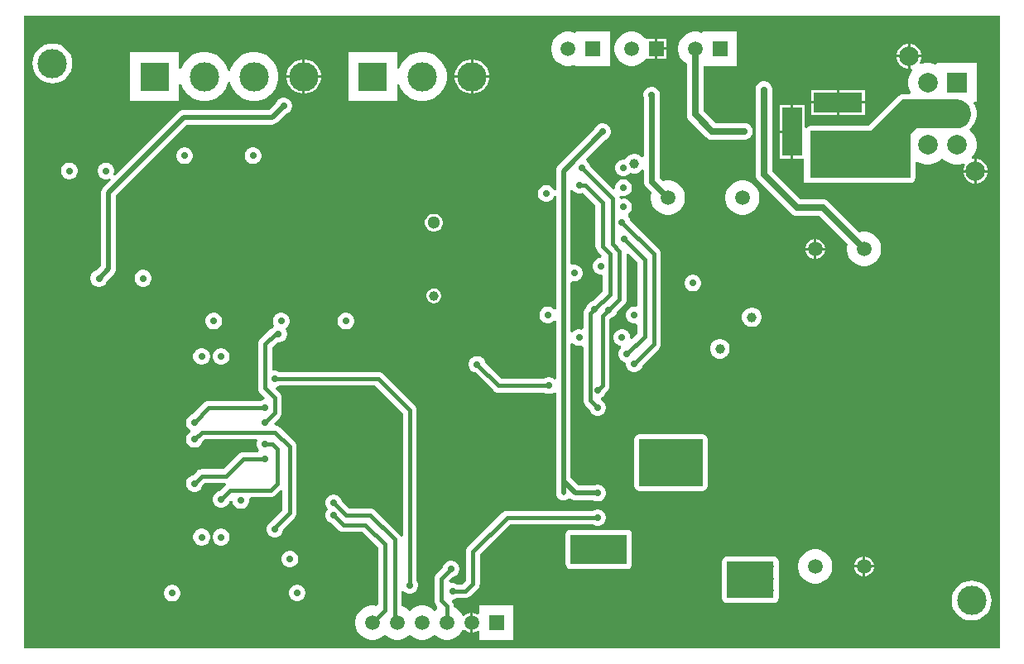
<source format=gbl>
G04*
G04 #@! TF.GenerationSoftware,Altium Limited,Altium Designer,24.5.2 (23)*
G04*
G04 Layer_Physical_Order=4*
G04 Layer_Color=16711680*
%FSLAX25Y25*%
%MOIN*%
G70*
G04*
G04 #@! TF.SameCoordinates,69DD5750-F066-4D08-A96F-D9ADA75AFFB9*
G04*
G04*
G04 #@! TF.FilePolarity,Positive*
G04*
G01*
G75*
%ADD88C,0.01575*%
%ADD89C,0.01968*%
%ADD92C,0.02362*%
%ADD94C,0.02756*%
%ADD97C,0.11811*%
%ADD98R,0.11811X0.11811*%
%ADD99C,0.05906*%
%ADD100C,0.05937*%
%ADD101R,0.05937X0.05937*%
%ADD102R,0.05906X0.05906*%
%ADD103R,0.07874X0.07874*%
%ADD104C,0.07874*%
%ADD105R,0.07874X0.19685*%
%ADD106R,0.19685X0.07874*%
%ADD107C,0.05118*%
%ADD108C,0.03937*%
%ADD109C,0.02756*%
%ADD110C,0.01968*%
G36*
X393209Y252461D02*
Y492D01*
X492D01*
Y1969D01*
Y255413D01*
X393209D01*
Y252461D01*
D02*
G37*
%LPC*%
G36*
X273685Y249031D02*
X273026Y248591D01*
X272605Y248766D01*
X271271Y249031D01*
X269910D01*
X268576Y248766D01*
X267320Y248246D01*
X266189Y247490D01*
X265227Y246528D01*
X264471Y245397D01*
X263950Y244140D01*
X263685Y242806D01*
Y241446D01*
X263950Y240112D01*
X264471Y238855D01*
X265227Y237724D01*
X266189Y236762D01*
X267215Y236076D01*
Y215630D01*
X267330Y214756D01*
X267667Y213942D01*
X268204Y213243D01*
X274958Y206489D01*
X274958Y206489D01*
X275657Y205952D01*
X276471Y205615D01*
X277345Y205500D01*
X290354Y205500D01*
X290574Y205529D01*
X290795D01*
X291009Y205586D01*
X291228Y205615D01*
X291432Y205700D01*
X291646Y205757D01*
X291838Y205868D01*
X292042Y205952D01*
X292217Y206087D01*
X292409Y206198D01*
X292565Y206354D01*
X292741Y206489D01*
X292876Y206664D01*
X293032Y206821D01*
X293143Y207012D01*
X293277Y207188D01*
X293362Y207392D01*
X293473Y207584D01*
X293530Y207798D01*
X293615Y208002D01*
X293643Y208221D01*
X293701Y208435D01*
Y208656D01*
X293730Y208875D01*
X293701Y209095D01*
Y209316D01*
X293643Y209530D01*
X293615Y209749D01*
X293530Y209953D01*
X293473Y210167D01*
X293362Y210359D01*
X293277Y210563D01*
X293143Y210739D01*
X293032Y210930D01*
X292876Y211087D01*
X292741Y211262D01*
X292565Y211397D01*
X292409Y211553D01*
X292217Y211664D01*
X292042Y211799D01*
X291838Y211883D01*
X291646Y211994D01*
X291432Y212051D01*
X291228Y212136D01*
X291009Y212165D01*
X290795Y212222D01*
X290574D01*
X290354Y212251D01*
X278743Y212251D01*
X273966Y217028D01*
Y235221D01*
X287496D01*
Y249031D01*
X273685D01*
Y249031D01*
D02*
G37*
G36*
X222583D02*
X221924Y248591D01*
X221502Y248766D01*
X220168Y249031D01*
X218808D01*
X217474Y248766D01*
X216217Y248246D01*
X215086Y247490D01*
X214124Y246528D01*
X213369Y245397D01*
X212848Y244140D01*
X212583Y242806D01*
Y241446D01*
X212848Y240112D01*
X213369Y238855D01*
X214124Y237724D01*
X215086Y236762D01*
X216217Y236006D01*
X217474Y235486D01*
X218808Y235221D01*
X220168D01*
X221502Y235486D01*
X221924Y235661D01*
X222583Y235221D01*
Y235221D01*
X236394D01*
Y249031D01*
X222583D01*
Y249031D01*
D02*
G37*
G36*
X258968Y246094D02*
X255500D01*
Y242626D01*
X258968D01*
Y246094D01*
D02*
G37*
G36*
X357343Y244110D02*
X357193D01*
Y239673D01*
X361630D01*
Y239823D01*
X361294Y241079D01*
X360644Y242205D01*
X359724Y243124D01*
X358598Y243774D01*
X357343Y244110D01*
D02*
G37*
G36*
X356193D02*
X356043D01*
X354787Y243774D01*
X353661Y243124D01*
X352742Y242205D01*
X352092Y241079D01*
X351756Y239823D01*
Y239673D01*
X356193D01*
Y244110D01*
D02*
G37*
G36*
X258968Y241626D02*
X255500D01*
Y238158D01*
X258968D01*
Y241626D01*
D02*
G37*
G36*
X245680Y249031D02*
X244320D01*
X242986Y248766D01*
X241729Y248246D01*
X240598Y247490D01*
X239636Y246528D01*
X238880Y245397D01*
X238360Y244140D01*
X238094Y242806D01*
Y241446D01*
X238360Y240112D01*
X238880Y238855D01*
X239636Y237724D01*
X240598Y236762D01*
X241729Y236006D01*
X242986Y235486D01*
X244320Y235221D01*
X245680D01*
X247014Y235486D01*
X248271Y236006D01*
X249402Y236762D01*
X250364Y237724D01*
X250398Y237775D01*
X251031Y238158D01*
Y238158D01*
X251031Y238158D01*
X254500D01*
Y242126D01*
X255000D01*
D01*
X254500D01*
Y246094D01*
X251031D01*
X251031Y246094D01*
Y246094D01*
X250398Y246476D01*
X250364Y246528D01*
X249402Y247490D01*
X248271Y248246D01*
X247014Y248766D01*
X245680Y249031D01*
D02*
G37*
G36*
X356193Y238673D02*
X351756D01*
Y238523D01*
X352092Y237268D01*
X352742Y236142D01*
X353661Y235223D01*
X354787Y234573D01*
X356043Y234236D01*
X356193D01*
Y238673D01*
D02*
G37*
G36*
X161704Y240781D02*
X159765D01*
X157863Y240403D01*
X156072Y239661D01*
X154460Y238584D01*
X153089Y237213D01*
X152012Y235601D01*
X151377Y234068D01*
X150577Y234227D01*
Y240781D01*
X130892D01*
Y221096D01*
X150577D01*
Y227651D01*
X151377Y227810D01*
X152012Y226277D01*
X153089Y224665D01*
X154460Y223294D01*
X156072Y222217D01*
X157863Y221475D01*
X159765Y221096D01*
X161704D01*
X163605Y221475D01*
X165396Y222217D01*
X167008Y223294D01*
X168379Y224665D01*
X169457Y226277D01*
X170199Y228068D01*
X170577Y229970D01*
Y231908D01*
X170199Y233810D01*
X169457Y235601D01*
X168379Y237213D01*
X167008Y238584D01*
X165396Y239661D01*
X163605Y240403D01*
X161704Y240781D01*
D02*
G37*
G36*
X93916D02*
X91978D01*
X90076Y240403D01*
X88285Y239661D01*
X86673Y238584D01*
X85302Y237213D01*
X84225Y235601D01*
X83483Y233810D01*
X83355Y233167D01*
X82539D01*
X82411Y233810D01*
X81669Y235601D01*
X80592Y237213D01*
X79221Y238584D01*
X77609Y239661D01*
X75818Y240403D01*
X73917Y240781D01*
X71978D01*
X70076Y240403D01*
X68285Y239661D01*
X66673Y238584D01*
X65302Y237213D01*
X64225Y235601D01*
X63590Y234068D01*
X62790Y234227D01*
Y240781D01*
X43105D01*
Y221096D01*
X62790D01*
Y227651D01*
X63590Y227810D01*
X64225Y226277D01*
X65302Y224665D01*
X66673Y223294D01*
X68285Y222217D01*
X70076Y221475D01*
X71978Y221096D01*
X73917D01*
X75818Y221475D01*
X77609Y222217D01*
X79221Y223294D01*
X80592Y224665D01*
X81669Y226277D01*
X82411Y228068D01*
X82539Y228711D01*
X83355D01*
X83483Y228068D01*
X84225Y226277D01*
X85302Y224665D01*
X86673Y223294D01*
X88285Y222217D01*
X90076Y221475D01*
X91978Y221096D01*
X93916D01*
X95818Y221475D01*
X97609Y222217D01*
X99221Y223294D01*
X100592Y224665D01*
X101670Y226277D01*
X102411Y228068D01*
X102790Y229970D01*
Y231908D01*
X102411Y233810D01*
X101670Y235601D01*
X100592Y237213D01*
X99221Y238584D01*
X97609Y239661D01*
X95818Y240403D01*
X93916Y240781D01*
D02*
G37*
G36*
X181414Y237844D02*
X181234D01*
Y231439D01*
X187640D01*
Y231619D01*
X187374Y232953D01*
X186854Y234210D01*
X186098Y235341D01*
X185136Y236303D01*
X184005Y237058D01*
X182748Y237579D01*
X181414Y237844D01*
D02*
G37*
G36*
X180234D02*
X180054D01*
X178720Y237579D01*
X177463Y237058D01*
X176332Y236303D01*
X175370Y235341D01*
X174615Y234210D01*
X174094Y232953D01*
X173829Y231619D01*
Y231439D01*
X180234D01*
Y237844D01*
D02*
G37*
G36*
X113627D02*
X113447D01*
Y231439D01*
X119853D01*
Y231619D01*
X119587Y232953D01*
X119067Y234210D01*
X118311Y235341D01*
X117349Y236303D01*
X116218Y237058D01*
X114961Y237579D01*
X113627Y237844D01*
D02*
G37*
G36*
X112447D02*
X112267D01*
X110933Y237579D01*
X109676Y237058D01*
X108545Y236303D01*
X107583Y235341D01*
X106828Y234210D01*
X106307Y232953D01*
X106042Y231619D01*
Y231439D01*
X112447D01*
Y237844D01*
D02*
G37*
G36*
X11811Y244239D02*
X10247Y244085D01*
X8742Y243629D01*
X7356Y242888D01*
X6141Y241891D01*
X5144Y240675D01*
X4403Y239289D01*
X3946Y237785D01*
X3792Y236221D01*
X3946Y234656D01*
X4403Y233152D01*
X5144Y231765D01*
X6141Y230550D01*
X7356Y229553D01*
X8742Y228812D01*
X10247Y228356D01*
X11811Y228202D01*
X13375Y228356D01*
X14880Y228812D01*
X16266Y229553D01*
X17481Y230550D01*
X18478Y231765D01*
X19219Y233152D01*
X19676Y234656D01*
X19830Y236221D01*
X19676Y237785D01*
X19219Y239289D01*
X18478Y240675D01*
X17481Y241891D01*
X16266Y242888D01*
X14880Y243629D01*
X13375Y244085D01*
X11811Y244239D01*
D02*
G37*
G36*
X187640Y230439D02*
X181234D01*
Y224033D01*
X181414D01*
X182748Y224299D01*
X184005Y224819D01*
X185136Y225575D01*
X186098Y226537D01*
X186854Y227668D01*
X187374Y228925D01*
X187640Y230259D01*
Y230439D01*
D02*
G37*
G36*
X180234D02*
X173829D01*
Y230259D01*
X174094Y228925D01*
X174615Y227668D01*
X175370Y226537D01*
X176332Y225575D01*
X177463Y224819D01*
X178720Y224299D01*
X180054Y224033D01*
X180234D01*
Y230439D01*
D02*
G37*
G36*
X119853D02*
X113447D01*
Y224033D01*
X113627D01*
X114961Y224299D01*
X116218Y224819D01*
X117349Y225575D01*
X118311Y226537D01*
X119067Y227668D01*
X119587Y228925D01*
X119853Y230259D01*
Y230439D01*
D02*
G37*
G36*
X112447D02*
X106042D01*
Y230259D01*
X106307Y228925D01*
X106828Y227668D01*
X107583Y226537D01*
X108545Y225575D01*
X109676Y224819D01*
X110933Y224299D01*
X112267Y224033D01*
X112447D01*
Y230439D01*
D02*
G37*
G36*
X361630Y238673D02*
X357193D01*
Y234236D01*
X357343D01*
X357693Y234330D01*
X358107Y233613D01*
X358057Y233563D01*
X357195Y232273D01*
X356602Y230840D01*
X356299Y229319D01*
Y227768D01*
X356602Y226247D01*
X357195Y224814D01*
X357418Y224480D01*
X357041Y223775D01*
X354057D01*
X353289Y223622D01*
X352638Y223187D01*
X340430Y210980D01*
X316929D01*
X316161Y210827D01*
X315510Y210392D01*
X315383Y210201D01*
X314583Y210444D01*
Y219504D01*
X310146D01*
Y208661D01*
Y197819D01*
X314370D01*
Y188189D01*
X316037D01*
X316161Y188106D01*
X316929Y187954D01*
X357283D01*
X358051Y188106D01*
X358703Y188541D01*
X359138Y189193D01*
X359291Y189961D01*
Y196290D01*
X359996Y196668D01*
X360443Y196369D01*
X361877Y195775D01*
X363398Y195472D01*
X364949D01*
X366470Y195775D01*
X367903Y196369D01*
X369193Y197230D01*
X370079Y198116D01*
X370965Y197230D01*
X372254Y196369D01*
X373688Y195775D01*
X375209Y195472D01*
X376760D01*
X378281Y195775D01*
X378708Y195952D01*
X379265Y195317D01*
X378864Y194622D01*
X378528Y193367D01*
Y193217D01*
X382965D01*
Y197653D01*
X382815D01*
X382465Y197560D01*
X382050Y198277D01*
X382100Y198327D01*
X382962Y199617D01*
X383556Y201050D01*
X383858Y202571D01*
Y204122D01*
X383556Y205643D01*
X382962Y207076D01*
X382100Y208366D01*
X381361Y209105D01*
X381094Y209646D01*
X381361Y210186D01*
X382100Y210926D01*
X382962Y212215D01*
X383556Y213648D01*
X383858Y215169D01*
Y216720D01*
X383556Y218242D01*
X382962Y219675D01*
X382769Y219964D01*
X383146Y220669D01*
X383858D01*
Y236417D01*
X368110D01*
Y236301D01*
X367310Y235767D01*
X366470Y236115D01*
X364949Y236417D01*
X363398D01*
X361877Y236115D01*
X361450Y235938D01*
X360893Y236573D01*
X361294Y237268D01*
X361630Y238523D01*
Y238673D01*
D02*
G37*
G36*
X338992Y225410D02*
X328650D01*
Y220972D01*
X338992D01*
Y225410D01*
D02*
G37*
G36*
X327650D02*
X317307D01*
Y220972D01*
X327650D01*
Y225410D01*
D02*
G37*
G36*
X105315Y222441D02*
X104434D01*
X103583Y222213D01*
X102820Y221772D01*
X102197Y221149D01*
X101756Y220386D01*
X101683Y220115D01*
X99113Y217545D01*
X64818D01*
X64818Y217545D01*
X64047Y217444D01*
X63329Y217146D01*
X62712Y216673D01*
X62712Y216673D01*
X36923Y190884D01*
X36283Y191375D01*
X36426Y191622D01*
X36654Y192473D01*
Y193354D01*
X36426Y194205D01*
X35985Y194968D01*
X35362Y195591D01*
X34599Y196032D01*
X33748Y196260D01*
X32866D01*
X32015Y196032D01*
X31252Y195591D01*
X30629Y194968D01*
X30189Y194205D01*
X29961Y193354D01*
Y192473D01*
X30189Y191622D01*
X30629Y190859D01*
X31252Y190236D01*
X32015Y189795D01*
X32866Y189567D01*
X33748D01*
X34599Y189795D01*
X34846Y189937D01*
X35337Y189297D01*
X32343Y186303D01*
X31870Y185687D01*
X31572Y184968D01*
X31471Y184197D01*
Y154777D01*
X29491Y152797D01*
X29220Y152725D01*
X28457Y152284D01*
X27834Y151661D01*
X27393Y150898D01*
X27165Y150047D01*
Y149166D01*
X27393Y148315D01*
X27834Y147552D01*
X28457Y146929D01*
X29220Y146488D01*
X30071Y146260D01*
X30952D01*
X31804Y146488D01*
X32567Y146929D01*
X33190Y147552D01*
X33630Y148315D01*
X33703Y148585D01*
X36555Y151437D01*
X36555Y151437D01*
X37028Y152054D01*
X37326Y152772D01*
X37427Y153543D01*
Y182964D01*
X66052Y211589D01*
X100347D01*
X101118Y211690D01*
X101836Y211988D01*
X102453Y212461D01*
X105895Y215903D01*
X106166Y215976D01*
X106929Y216417D01*
X107552Y217040D01*
X107993Y217803D01*
X108221Y218654D01*
Y219535D01*
X107993Y220386D01*
X107552Y221149D01*
X106929Y221772D01*
X106166Y222213D01*
X105315Y222441D01*
D02*
G37*
G36*
X338992Y219972D02*
X328650D01*
Y215535D01*
X338992D01*
Y219972D01*
D02*
G37*
G36*
X327650D02*
X317307D01*
Y215535D01*
X327650D01*
Y219972D01*
D02*
G37*
G36*
X309146Y219504D02*
X304709D01*
Y209161D01*
X309146D01*
Y219504D01*
D02*
G37*
G36*
X253551Y226772D02*
X252670D01*
X251819Y226544D01*
X251056Y226103D01*
X250432Y225480D01*
X249992Y224717D01*
X249764Y223866D01*
Y222985D01*
X249934Y222351D01*
Y198636D01*
X249475Y198412D01*
X249133Y198363D01*
X248480Y199016D01*
X247583Y199535D01*
X246581Y199803D01*
X245545D01*
X244543Y199535D01*
X243646Y199016D01*
X242913Y198284D01*
X242394Y197386D01*
X242393Y197382D01*
X242173Y197441D01*
X241292D01*
X240441Y197213D01*
X239678Y196772D01*
X239054Y196149D01*
X238614Y195386D01*
X238386Y194535D01*
Y193654D01*
X238614Y192803D01*
X239054Y192040D01*
X239678Y191417D01*
X240441Y190976D01*
X241292Y190748D01*
X242173D01*
X243024Y190976D01*
X243787Y191417D01*
X244410Y192040D01*
X244512Y192216D01*
X244543Y192197D01*
X245545Y191929D01*
X246581D01*
X247583Y192197D01*
X248480Y192716D01*
X249133Y193369D01*
X249475Y193321D01*
X249934Y193096D01*
Y188583D01*
X250042Y187760D01*
X250359Y186994D01*
X250864Y186336D01*
X253017Y184183D01*
X252981Y184096D01*
X252716Y182765D01*
Y181408D01*
X252981Y180077D01*
X253501Y178823D01*
X254255Y177695D01*
X255214Y176735D01*
X256343Y175981D01*
X257597Y175462D01*
X258928Y175197D01*
X260285D01*
X261616Y175462D01*
X262870Y175981D01*
X263998Y176735D01*
X264958Y177695D01*
X265712Y178823D01*
X266231Y180077D01*
X266496Y181408D01*
Y182765D01*
X266231Y184096D01*
X265712Y185350D01*
X264958Y186479D01*
X263998Y187438D01*
X262870Y188192D01*
X261616Y188712D01*
X260285Y188976D01*
X258928D01*
X257597Y188712D01*
X257510Y188676D01*
X256287Y189899D01*
Y222351D01*
X256457Y222985D01*
Y223866D01*
X256229Y224717D01*
X255788Y225480D01*
X255165Y226103D01*
X254402Y226544D01*
X253551Y226772D01*
D02*
G37*
G36*
X309146Y208161D02*
X304709D01*
Y197819D01*
X309146D01*
Y208161D01*
D02*
G37*
G36*
X92960Y202323D02*
X92079D01*
X91228Y202095D01*
X90465Y201654D01*
X89842Y201031D01*
X89401Y200268D01*
X89173Y199417D01*
Y198536D01*
X89401Y197685D01*
X89842Y196922D01*
X90465Y196299D01*
X91228Y195858D01*
X92079Y195630D01*
X92960D01*
X93811Y195858D01*
X94574Y196299D01*
X95197Y196922D01*
X95638Y197685D01*
X95866Y198536D01*
Y199417D01*
X95638Y200268D01*
X95197Y201031D01*
X94574Y201654D01*
X93811Y202095D01*
X92960Y202323D01*
D02*
G37*
G36*
X65401D02*
X64520D01*
X63669Y202095D01*
X62906Y201654D01*
X62283Y201031D01*
X61842Y200268D01*
X61614Y199417D01*
Y198536D01*
X61842Y197685D01*
X62283Y196922D01*
X62906Y196299D01*
X63669Y195858D01*
X64520Y195630D01*
X65401D01*
X66252Y195858D01*
X67015Y196299D01*
X67638Y196922D01*
X68079Y197685D01*
X68307Y198536D01*
Y199417D01*
X68079Y200268D01*
X67638Y201031D01*
X67015Y201654D01*
X66252Y202095D01*
X65401Y202323D01*
D02*
G37*
G36*
X384115Y197653D02*
X383965D01*
Y193217D01*
X388402D01*
Y193367D01*
X388065Y194622D01*
X387415Y195748D01*
X386496Y196667D01*
X385370Y197317D01*
X384115Y197653D01*
D02*
G37*
G36*
X18984Y196260D02*
X18103D01*
X17252Y196032D01*
X16488Y195591D01*
X15866Y194968D01*
X15425Y194205D01*
X15197Y193354D01*
Y192473D01*
X15425Y191622D01*
X15866Y190859D01*
X16488Y190236D01*
X17252Y189795D01*
X18103Y189567D01*
X18984D01*
X19835Y189795D01*
X20598Y190236D01*
X21221Y190859D01*
X21662Y191622D01*
X21890Y192473D01*
Y193354D01*
X21662Y194205D01*
X21221Y194968D01*
X20598Y195591D01*
X19835Y196032D01*
X18984Y196260D01*
D02*
G37*
G36*
X388402Y192217D02*
X383965D01*
Y187779D01*
X384115D01*
X385370Y188116D01*
X386496Y188766D01*
X387415Y189685D01*
X388065Y190811D01*
X388402Y192067D01*
Y192217D01*
D02*
G37*
G36*
X382965D02*
X378528D01*
Y192067D01*
X378864Y190811D01*
X379514Y189685D01*
X380433Y188766D01*
X381559Y188116D01*
X382815Y187779D01*
X382965D01*
Y192217D01*
D02*
G37*
G36*
X233708Y212008D02*
X232827D01*
X231976Y211780D01*
X231213Y211339D01*
X230590Y210716D01*
X230149Y209953D01*
X230077Y209682D01*
X215414Y195019D01*
X214941Y194403D01*
X214643Y193684D01*
X214542Y192913D01*
Y185074D01*
X213741Y184969D01*
X213685Y185180D01*
X213244Y185943D01*
X212621Y186566D01*
X211858Y187007D01*
X211007Y187235D01*
X210126D01*
X209275Y187007D01*
X208512Y186566D01*
X207889Y185943D01*
X207448Y185180D01*
X207220Y184329D01*
Y183448D01*
X207448Y182597D01*
X207889Y181834D01*
X208512Y181211D01*
X209275Y180770D01*
X210126Y180542D01*
X211007D01*
X211858Y180770D01*
X212621Y181211D01*
X213244Y181834D01*
X213685Y182597D01*
X213741Y182809D01*
X214542Y182703D01*
Y137335D01*
X214394Y137235D01*
X213741Y137054D01*
X213275Y137520D01*
X212512Y137961D01*
X211661Y138189D01*
X210780D01*
X209929Y137961D01*
X209166Y137520D01*
X208543Y136897D01*
X208102Y136134D01*
X207874Y135283D01*
Y134402D01*
X208102Y133551D01*
X208543Y132788D01*
X209166Y132165D01*
X209929Y131724D01*
X210780Y131496D01*
X211661D01*
X212512Y131724D01*
X213275Y132165D01*
X213741Y132631D01*
X214394Y132450D01*
X214542Y132350D01*
Y109236D01*
X213741Y108905D01*
X213669Y108977D01*
X212906Y109418D01*
X212055Y109646D01*
X211174D01*
X210322Y109418D01*
X209736Y109079D01*
X192608D01*
X186128Y115559D01*
X185953Y116213D01*
X185512Y116976D01*
X184889Y117599D01*
X184126Y118040D01*
X183275Y118268D01*
X182394D01*
X181543Y118040D01*
X180780Y117599D01*
X180157Y116976D01*
X179716Y116213D01*
X179488Y115362D01*
Y114481D01*
X179716Y113630D01*
X180157Y112866D01*
X180780Y112243D01*
X181543Y111803D01*
X182197Y111627D01*
X189491Y104334D01*
X190067Y103892D01*
X190737Y103614D01*
X191457Y103519D01*
X209736D01*
X210322Y103181D01*
X211174Y102953D01*
X212055D01*
X212906Y103181D01*
X213669Y103621D01*
X213741Y103694D01*
X214542Y103363D01*
Y62992D01*
X214643Y62221D01*
X214941Y61503D01*
X215414Y60886D01*
X216031Y60413D01*
X216749Y60115D01*
X217520Y60014D01*
X218290Y60115D01*
X219009Y60413D01*
X219626Y60886D01*
X220291Y60930D01*
X220335Y60886D01*
X220952Y60413D01*
X221670Y60115D01*
X222441Y60014D01*
X222441Y60014D01*
X229765D01*
X230008Y59874D01*
X230859Y59646D01*
X231740D01*
X232591Y59874D01*
X233354Y60314D01*
X233977Y60937D01*
X234418Y61700D01*
X234646Y62552D01*
Y63433D01*
X234418Y64284D01*
X233977Y65047D01*
X233354Y65670D01*
X232591Y66110D01*
X231740Y66339D01*
X230859D01*
X230008Y66110D01*
X229765Y65970D01*
X223675D01*
X220498Y69147D01*
Y123255D01*
X220942Y123478D01*
X221298Y123531D01*
X221837Y122992D01*
X222600Y122551D01*
X223451Y122323D01*
X224332D01*
X224767Y122439D01*
X225567Y121913D01*
Y100394D01*
X225661Y99674D01*
X225939Y99004D01*
X226381Y98428D01*
X228006Y96804D01*
X228181Y96149D01*
X228621Y95386D01*
X229244Y94763D01*
X230008Y94323D01*
X230859Y94095D01*
X231740D01*
X232591Y94323D01*
X233354Y94763D01*
X233977Y95386D01*
X234418Y96149D01*
X234646Y97000D01*
Y97882D01*
X234418Y98733D01*
X233977Y99496D01*
X233354Y100119D01*
X232798Y100440D01*
X232721Y100726D01*
Y101046D01*
X232798Y101332D01*
X233354Y101653D01*
X233977Y102276D01*
X234418Y103039D01*
X234593Y103693D01*
X235233Y104334D01*
X235675Y104909D01*
X235953Y105580D01*
X236047Y106299D01*
Y133200D01*
X236365Y133517D01*
X237019Y133693D01*
X237783Y134133D01*
X238406Y134756D01*
X238846Y135519D01*
X239021Y136174D01*
X242123Y139275D01*
X242565Y139851D01*
X242843Y140521D01*
X242937Y141241D01*
Y159481D01*
X243737Y159812D01*
X247467Y156083D01*
Y138767D01*
X246667Y138153D01*
X246531Y138189D01*
X245650D01*
X244799Y137961D01*
X244036Y137520D01*
X243413Y136897D01*
X242972Y136134D01*
X242744Y135283D01*
Y134402D01*
X242972Y133551D01*
X243413Y132788D01*
X244036Y132165D01*
X244799Y131724D01*
X245650Y131496D01*
X246531D01*
X246667Y131532D01*
X247467Y130919D01*
Y127382D01*
X245270Y125186D01*
X244488Y125535D01*
Y126110D01*
X244260Y126961D01*
X243820Y127724D01*
X243197Y128347D01*
X242433Y128788D01*
X241582Y129016D01*
X240701D01*
X239850Y128788D01*
X239087Y128347D01*
X238464Y127724D01*
X238023Y126961D01*
X237795Y126110D01*
Y125229D01*
X238023Y124378D01*
X238464Y123615D01*
X239087Y122992D01*
X239850Y122551D01*
X240551Y122363D01*
X240758Y121891D01*
X240806Y121523D01*
X240432Y121149D01*
X239992Y120386D01*
X239764Y119535D01*
Y118654D01*
X239992Y117803D01*
X240432Y117040D01*
X241055Y116417D01*
X241819Y115976D01*
X241978Y115933D01*
X242717Y115598D01*
Y114717D01*
X242945Y113866D01*
X243385Y113103D01*
X244008Y112480D01*
X244771Y112039D01*
X245622Y111811D01*
X246504D01*
X247355Y112039D01*
X248118Y112480D01*
X248741Y113103D01*
X249181Y113866D01*
X249357Y114520D01*
X255903Y121066D01*
X256344Y121642D01*
X256622Y122312D01*
X256717Y123031D01*
Y159449D01*
X256622Y160168D01*
X256344Y160839D01*
X255903Y161414D01*
X244436Y172881D01*
X244260Y173536D01*
X243820Y174299D01*
X243525Y174593D01*
X243592Y175523D01*
X243626Y175576D01*
X243787Y175669D01*
X244410Y176292D01*
X244851Y177055D01*
X245079Y177906D01*
Y178787D01*
X244851Y179638D01*
X244410Y180401D01*
X243787Y181024D01*
X243024Y181465D01*
X242173Y181693D01*
X241292D01*
X240945Y181600D01*
X240205Y182044D01*
X240137Y182466D01*
X240685Y183036D01*
X241292Y182874D01*
X242173D01*
X243024Y183102D01*
X243787Y183543D01*
X244410Y184166D01*
X244851Y184929D01*
X245079Y185780D01*
Y186661D01*
X244851Y187512D01*
X244410Y188275D01*
X243787Y188898D01*
X243024Y189339D01*
X242173Y189567D01*
X241292D01*
X240441Y189339D01*
X239678Y188898D01*
X239054Y188275D01*
X238614Y187512D01*
X238386Y186661D01*
Y185780D01*
X238389Y185768D01*
X237672Y185354D01*
X228294Y194732D01*
X228118Y195386D01*
X227678Y196149D01*
X227055Y196772D01*
X226844Y196894D01*
X226712Y197894D01*
X234289Y205470D01*
X234559Y205543D01*
X235322Y205984D01*
X235946Y206607D01*
X236386Y207370D01*
X236614Y208221D01*
Y209102D01*
X236386Y209953D01*
X235946Y210716D01*
X235322Y211339D01*
X234559Y211780D01*
X233708Y212008D01*
D02*
G37*
G36*
X290285Y188976D02*
X288928D01*
X287597Y188712D01*
X286343Y188192D01*
X285214Y187438D01*
X284255Y186479D01*
X283501Y185350D01*
X282981Y184096D01*
X282716Y182765D01*
Y181408D01*
X282981Y180077D01*
X283501Y178823D01*
X284255Y177695D01*
X285214Y176735D01*
X286343Y175981D01*
X287597Y175462D01*
X288928Y175197D01*
X290285D01*
X291616Y175462D01*
X292870Y175981D01*
X293998Y176735D01*
X294958Y177695D01*
X295712Y178823D01*
X296231Y180077D01*
X296496Y181408D01*
Y182765D01*
X296231Y184096D01*
X295712Y185350D01*
X294958Y186479D01*
X293998Y187438D01*
X292870Y188192D01*
X291616Y188712D01*
X290285Y188976D01*
D02*
G37*
G36*
X165823Y175587D02*
X164886D01*
X163981Y175344D01*
X163169Y174875D01*
X162506Y174213D01*
X162038Y173401D01*
X161795Y172496D01*
Y171559D01*
X162038Y170654D01*
X162506Y169842D01*
X163169Y169180D01*
X163981Y168711D01*
X164886Y168468D01*
X165823D01*
X166728Y168711D01*
X167540Y169180D01*
X168202Y169842D01*
X168671Y170654D01*
X168913Y171559D01*
Y172496D01*
X168671Y173401D01*
X168202Y174213D01*
X167540Y174875D01*
X166728Y175344D01*
X165823Y175587D01*
D02*
G37*
G36*
X319418Y165370D02*
X319398D01*
Y161917D01*
X322850D01*
Y161938D01*
X322581Y162943D01*
X322061Y163844D01*
X321325Y164580D01*
X320423Y165101D01*
X319418Y165370D01*
D02*
G37*
G36*
X318398D02*
X318377D01*
X317372Y165101D01*
X316471Y164580D01*
X315735Y163844D01*
X315214Y162943D01*
X314945Y161938D01*
Y161917D01*
X318398D01*
Y165370D01*
D02*
G37*
G36*
X322850Y160917D02*
X319398D01*
Y157465D01*
X319418D01*
X320423Y157734D01*
X321325Y158254D01*
X322061Y158990D01*
X322581Y159892D01*
X322850Y160897D01*
Y160917D01*
D02*
G37*
G36*
X318398D02*
X314945D01*
Y160897D01*
X315214Y159892D01*
X315735Y158990D01*
X316471Y158254D01*
X317372Y157734D01*
X318377Y157465D01*
X318398D01*
Y160917D01*
D02*
G37*
G36*
X298669Y228954D02*
X297788D01*
X296937Y228726D01*
X296174Y228286D01*
X295550Y227663D01*
X295110Y226900D01*
X294882Y226048D01*
Y225613D01*
X294853Y225394D01*
Y191507D01*
X294968Y190634D01*
X295305Y189820D01*
X295842Y189120D01*
X309199Y175763D01*
X309898Y175226D01*
X310712Y174889D01*
X311586Y174774D01*
X320452D01*
X331931Y163295D01*
X331693Y162096D01*
Y160739D01*
X331958Y159408D01*
X332477Y158154D01*
X333231Y157025D01*
X334191Y156066D01*
X335319Y155312D01*
X336573Y154792D01*
X337904Y154528D01*
X339261D01*
X340592Y154792D01*
X341846Y155312D01*
X342975Y156066D01*
X343934Y157025D01*
X344688Y158154D01*
X345208Y159408D01*
X345472Y160739D01*
Y162096D01*
X345208Y163427D01*
X344688Y164681D01*
X343934Y165809D01*
X342975Y166769D01*
X341846Y167523D01*
X340592Y168042D01*
X339261Y168307D01*
X337904D01*
X336705Y168069D01*
X324237Y180536D01*
X323538Y181073D01*
X322724Y181410D01*
X321850Y181525D01*
X312984D01*
X301604Y192905D01*
Y225394D01*
X301575Y225613D01*
Y226048D01*
X301347Y226900D01*
X300906Y227663D01*
X300283Y228286D01*
X299520Y228726D01*
X298669Y228954D01*
D02*
G37*
G36*
X48669Y152953D02*
X47788D01*
X46937Y152725D01*
X46174Y152284D01*
X45551Y151661D01*
X45110Y150898D01*
X44882Y150047D01*
Y149166D01*
X45110Y148315D01*
X45551Y147552D01*
X46174Y146929D01*
X46937Y146488D01*
X47788Y146260D01*
X48669D01*
X49520Y146488D01*
X50283Y146929D01*
X50906Y147552D01*
X51347Y148315D01*
X51575Y149166D01*
Y150047D01*
X51347Y150898D01*
X50906Y151661D01*
X50283Y152284D01*
X49520Y152725D01*
X48669Y152953D01*
D02*
G37*
G36*
X270126Y150984D02*
X269245D01*
X268393Y150756D01*
X267630Y150316D01*
X267007Y149693D01*
X266567Y148930D01*
X266339Y148078D01*
Y147197D01*
X266567Y146346D01*
X267007Y145583D01*
X267630Y144960D01*
X268393Y144519D01*
X269245Y144291D01*
X270126D01*
X270977Y144519D01*
X271740Y144960D01*
X272363Y145583D01*
X272803Y146346D01*
X273031Y147197D01*
Y148078D01*
X272803Y148930D01*
X272363Y149693D01*
X271740Y150316D01*
X270977Y150756D01*
X270126Y150984D01*
D02*
G37*
G36*
X165745Y145508D02*
X164963D01*
X164208Y145306D01*
X163532Y144915D01*
X162979Y144362D01*
X162588Y143685D01*
X162386Y142930D01*
Y142149D01*
X162588Y141394D01*
X162979Y140717D01*
X163532Y140164D01*
X164208Y139773D01*
X164963Y139571D01*
X165745D01*
X166500Y139773D01*
X167177Y140164D01*
X167730Y140717D01*
X168121Y141394D01*
X168323Y142149D01*
Y142930D01*
X168121Y143685D01*
X167730Y144362D01*
X167177Y144915D01*
X166500Y145306D01*
X165745Y145508D01*
D02*
G37*
G36*
X293926Y137870D02*
X292889D01*
X291888Y137602D01*
X290990Y137083D01*
X290257Y136350D01*
X289739Y135452D01*
X289471Y134451D01*
Y133415D01*
X289739Y132413D01*
X290257Y131516D01*
X290990Y130782D01*
X291888Y130264D01*
X292889Y129996D01*
X293926D01*
X294927Y130264D01*
X295825Y130782D01*
X296558Y131516D01*
X297076Y132413D01*
X297345Y133415D01*
Y134451D01*
X297076Y135452D01*
X296558Y136350D01*
X295825Y137083D01*
X294927Y137602D01*
X293926Y137870D01*
D02*
G37*
G36*
X130362Y135693D02*
X129481D01*
X128630Y135465D01*
X127866Y135024D01*
X127243Y134401D01*
X126803Y133638D01*
X126575Y132787D01*
Y131906D01*
X126803Y131055D01*
X127243Y130292D01*
X127866Y129669D01*
X128630Y129228D01*
X129481Y129000D01*
X130362D01*
X131213Y129228D01*
X131976Y129669D01*
X132599Y130292D01*
X133040Y131055D01*
X133268Y131906D01*
Y132787D01*
X133040Y133638D01*
X132599Y134401D01*
X131976Y135024D01*
X131213Y135465D01*
X130362Y135693D01*
D02*
G37*
G36*
X77212D02*
X76331D01*
X75480Y135465D01*
X74717Y135024D01*
X74094Y134401D01*
X73653Y133638D01*
X73425Y132787D01*
Y131906D01*
X73653Y131055D01*
X74094Y130292D01*
X74717Y129669D01*
X75480Y129228D01*
X76331Y129000D01*
X77212D01*
X78063Y129228D01*
X78826Y129669D01*
X79449Y130292D01*
X79890Y131055D01*
X80118Y131906D01*
Y132787D01*
X79890Y133638D01*
X79449Y134401D01*
X78826Y135024D01*
X78063Y135465D01*
X77212Y135693D01*
D02*
G37*
G36*
X104315Y135693D02*
X103434D01*
X102582Y135465D01*
X101819Y135024D01*
X101196Y134401D01*
X100756Y133638D01*
X100528Y132787D01*
Y131906D01*
X100756Y131055D01*
X101078Y130496D01*
X100693Y129818D01*
X100621Y129750D01*
X100179Y129567D01*
X99603Y129125D01*
X95475Y124997D01*
X95034Y124421D01*
X94756Y123751D01*
X94661Y123031D01*
Y105315D01*
X94756Y104595D01*
X95034Y103925D01*
X95475Y103349D01*
X97237Y101587D01*
X97069Y101019D01*
X96926Y100768D01*
X96149Y100559D01*
X95563Y100221D01*
X74803D01*
X74084Y100126D01*
X73413Y99848D01*
X72838Y99406D01*
X68260Y94829D01*
X67606Y94654D01*
X66843Y94213D01*
X66220Y93590D01*
X65779Y92827D01*
X65551Y91976D01*
Y91095D01*
X65779Y90244D01*
X66220Y89481D01*
X66843Y88858D01*
X67399Y88537D01*
X67475Y88251D01*
Y87931D01*
X67399Y87644D01*
X66843Y87323D01*
X66220Y86700D01*
X65779Y85937D01*
X65551Y85086D01*
Y84205D01*
X65779Y83354D01*
X66220Y82591D01*
X66843Y81968D01*
X67606Y81527D01*
X68457Y81299D01*
X69338D01*
X70189Y81527D01*
X70952Y81968D01*
X71575Y82591D01*
X72016Y83354D01*
X72191Y84008D01*
X73002Y84819D01*
X93889D01*
X94351Y84019D01*
X94323Y83969D01*
X94095Y83118D01*
Y82237D01*
X94323Y81385D01*
X94763Y80622D01*
X95034Y80351D01*
X94703Y79551D01*
X88583D01*
X87863Y79457D01*
X87193Y79179D01*
X86617Y78737D01*
X80541Y72662D01*
X71850D01*
X71131Y72567D01*
X70461Y72289D01*
X69885Y71847D01*
X68260Y70223D01*
X67606Y70047D01*
X66843Y69607D01*
X66220Y68984D01*
X65779Y68221D01*
X65551Y67370D01*
Y66489D01*
X65779Y65637D01*
X66220Y64874D01*
X66843Y64251D01*
X67606Y63811D01*
X68457Y63583D01*
X69338D01*
X70189Y63811D01*
X70952Y64251D01*
X71575Y64874D01*
X72016Y65637D01*
X72191Y66292D01*
X73002Y67102D01*
X81354D01*
X81625Y66302D01*
X81361Y66099D01*
X79087Y63825D01*
X78433Y63650D01*
X77670Y63209D01*
X77047Y62586D01*
X76606Y61823D01*
X76378Y60972D01*
Y60091D01*
X76606Y59240D01*
X77047Y58477D01*
X77670Y57854D01*
X78433Y57413D01*
X79284Y57185D01*
X80165D01*
X81016Y57413D01*
X81779Y57854D01*
X82402Y58477D01*
X82843Y59240D01*
X82981Y59754D01*
X83481Y60066D01*
X84252Y59688D01*
Y59599D01*
X84480Y58748D01*
X84921Y57985D01*
X85544Y57362D01*
X86307Y56921D01*
X87158Y56693D01*
X88039D01*
X88890Y56921D01*
X89653Y57362D01*
X90276Y57985D01*
X90717Y58748D01*
X90945Y59599D01*
Y60480D01*
X90925Y60554D01*
X91539Y61354D01*
X99567D01*
X100286Y61449D01*
X100957Y61727D01*
X101532Y62168D01*
X103704Y64340D01*
X104504Y64008D01*
Y56270D01*
X99412Y51178D01*
X99392Y51152D01*
X99298Y51097D01*
X98675Y50474D01*
X98234Y49711D01*
X98006Y48860D01*
Y47979D01*
X98234Y47128D01*
X98675Y46365D01*
X99298Y45742D01*
X100061Y45301D01*
X100912Y45073D01*
X101793D01*
X102644Y45301D01*
X103407Y45742D01*
X104030Y46365D01*
X104471Y47128D01*
X104699Y47979D01*
Y48603D01*
X109249Y53153D01*
X109691Y53728D01*
X109968Y54399D01*
X110063Y55118D01*
Y81693D01*
X109968Y82412D01*
X109691Y83083D01*
X109249Y83658D01*
X103343Y89564D01*
X102768Y90006D01*
X102097Y90283D01*
X101422Y90372D01*
X101338Y90398D01*
X101015Y91178D01*
X103343Y93507D01*
X103785Y94083D01*
X104063Y94753D01*
X104158Y95472D01*
Y101378D01*
X104063Y102097D01*
X103785Y102768D01*
X103343Y103343D01*
X101688Y104999D01*
X101984Y105834D01*
X102512Y105976D01*
X103099Y106315D01*
X141723D01*
X152864Y95173D01*
Y45718D01*
X152064Y45559D01*
X152014Y45681D01*
X151572Y46257D01*
X141729Y56099D01*
X141154Y56541D01*
X140483Y56819D01*
X139764Y56914D01*
X131092D01*
X128274Y59732D01*
X128099Y60386D01*
X127658Y61149D01*
X127035Y61772D01*
X126272Y62213D01*
X125421Y62441D01*
X124540D01*
X123689Y62213D01*
X122925Y61772D01*
X122302Y61149D01*
X121862Y60386D01*
X121634Y59535D01*
Y58654D01*
X121862Y57803D01*
X122302Y57040D01*
X122748Y56595D01*
X122302Y56149D01*
X121862Y55386D01*
X121634Y54535D01*
Y53654D01*
X121862Y52803D01*
X122302Y52040D01*
X122925Y51417D01*
X123689Y50976D01*
X124343Y50801D01*
X126912Y48231D01*
X127488Y47790D01*
X128158Y47512D01*
X128878Y47417D01*
X136644D01*
X142890Y41171D01*
Y18147D01*
X142090Y17553D01*
X141269Y17717D01*
X139912D01*
X138581Y17452D01*
X137327Y16932D01*
X136199Y16178D01*
X135239Y15219D01*
X134485Y14090D01*
X133966Y12836D01*
X133701Y11505D01*
Y10148D01*
X133966Y8817D01*
X134485Y7563D01*
X135239Y6435D01*
X136199Y5475D01*
X137327Y4721D01*
X138581Y4202D01*
X139912Y3937D01*
X141269D01*
X142600Y4202D01*
X143854Y4721D01*
X144983Y5475D01*
X145591Y6083D01*
X146199Y5475D01*
X147327Y4721D01*
X148581Y4202D01*
X149912Y3937D01*
X151269D01*
X152600Y4202D01*
X153854Y4721D01*
X154982Y5475D01*
X155591Y6083D01*
X156199Y5475D01*
X157327Y4721D01*
X158581Y4202D01*
X159912Y3937D01*
X161269D01*
X162600Y4202D01*
X163854Y4721D01*
X164982Y5475D01*
X165591Y6083D01*
X166199Y5475D01*
X167327Y4721D01*
X168581Y4202D01*
X169912Y3937D01*
X171269D01*
X172600Y4202D01*
X173854Y4721D01*
X174983Y5475D01*
X175942Y6435D01*
X176696Y7563D01*
X176835Y7899D01*
X177768Y8060D01*
X178164Y7664D01*
X179065Y7143D01*
X180070Y6874D01*
X180091D01*
Y10827D01*
Y14780D01*
X180070D01*
X179065Y14510D01*
X178164Y13990D01*
X177768Y13594D01*
X176835Y13755D01*
X176696Y14090D01*
X175942Y15219D01*
X174983Y16178D01*
X173854Y16932D01*
X173370Y17133D01*
Y17402D01*
X173275Y18121D01*
X172998Y18791D01*
X172628Y19273D01*
X172707Y19617D01*
X172981Y20073D01*
X173309D01*
X174160Y20301D01*
X174747Y20640D01*
X177947D01*
X178667Y20735D01*
X179337Y21012D01*
X179913Y21454D01*
X183068Y24609D01*
X183510Y25185D01*
X183787Y25855D01*
X183882Y26575D01*
Y38219D01*
X196033Y50370D01*
X229421D01*
X230008Y50031D01*
X230859Y49803D01*
X231740D01*
X232591Y50031D01*
X233354Y50472D01*
X233977Y51095D01*
X234418Y51858D01*
X234646Y52709D01*
Y53590D01*
X234418Y54441D01*
X233977Y55204D01*
X233354Y55827D01*
X232591Y56268D01*
X231740Y56496D01*
X230859D01*
X230008Y56268D01*
X229421Y55929D01*
X194882D01*
X194162Y55835D01*
X193492Y55557D01*
X192916Y55115D01*
X179137Y41336D01*
X178695Y40760D01*
X178417Y40089D01*
X178323Y39370D01*
Y27726D01*
X176796Y26199D01*
X174747D01*
X174160Y26538D01*
X173309Y26766D01*
X172428D01*
X172340Y26743D01*
X171534Y27282D01*
X171479Y27785D01*
X172881Y29187D01*
X173536Y29362D01*
X174299Y29803D01*
X174922Y30426D01*
X175363Y31189D01*
X175591Y32040D01*
Y32921D01*
X175363Y33772D01*
X174922Y34535D01*
X174299Y35158D01*
X173536Y35599D01*
X172685Y35827D01*
X171803D01*
X170952Y35599D01*
X170189Y35158D01*
X169566Y34535D01*
X169126Y33772D01*
X168950Y33118D01*
X166342Y30509D01*
X165900Y29933D01*
X165622Y29263D01*
X165527Y28543D01*
Y19685D01*
X165622Y18966D01*
X165900Y18295D01*
X166342Y17719D01*
X166762Y17299D01*
X166684Y16503D01*
X166199Y16178D01*
X165591Y15570D01*
X164982Y16178D01*
X163854Y16932D01*
X162600Y17452D01*
X161269Y17717D01*
X159912D01*
X158581Y17452D01*
X157327Y16932D01*
X156199Y16178D01*
X155591Y15570D01*
X154982Y16178D01*
X153854Y16932D01*
X152600Y17452D01*
X152386Y17494D01*
Y23295D01*
X153186Y23606D01*
X153589Y23203D01*
X154352Y22762D01*
X155203Y22534D01*
X156085D01*
X156936Y22762D01*
X157699Y23203D01*
X158322Y23826D01*
X158762Y24589D01*
X158990Y25440D01*
Y26321D01*
X158762Y27172D01*
X158424Y27759D01*
Y96324D01*
X158329Y97044D01*
X158051Y97714D01*
X157609Y98290D01*
X144840Y111060D01*
X144264Y111502D01*
X143593Y111779D01*
X142874Y111874D01*
X103099D01*
X102512Y112213D01*
X101661Y112441D01*
X100780D01*
X100221Y112870D01*
Y121880D01*
X102203Y123863D01*
X102388Y123813D01*
X103270D01*
X104121Y124041D01*
X104884Y124482D01*
X105507Y125105D01*
X105947Y125868D01*
X106175Y126719D01*
Y127600D01*
X105947Y128451D01*
X105507Y129214D01*
X105537Y129442D01*
X105929Y129669D01*
X106552Y130292D01*
X106992Y131055D01*
X107220Y131906D01*
Y132787D01*
X106992Y133638D01*
X106552Y134401D01*
X105929Y135024D01*
X105166Y135465D01*
X104315Y135693D01*
D02*
G37*
G36*
X281030Y125157D02*
X279994D01*
X278992Y124889D01*
X278094Y124371D01*
X277361Y123638D01*
X276843Y122740D01*
X276575Y121739D01*
Y120702D01*
X276843Y119701D01*
X277361Y118803D01*
X278094Y118070D01*
X278992Y117552D01*
X279994Y117283D01*
X281030D01*
X282031Y117552D01*
X282929Y118070D01*
X283662Y118803D01*
X284180Y119701D01*
X284449Y120702D01*
Y121739D01*
X284180Y122740D01*
X283662Y123638D01*
X282929Y124371D01*
X282031Y124889D01*
X281030Y125157D01*
D02*
G37*
G36*
X80165Y121457D02*
X79284D01*
X78433Y121229D01*
X77670Y120788D01*
X77047Y120165D01*
X76606Y119402D01*
X76378Y118551D01*
Y117670D01*
X76606Y116819D01*
X77047Y116056D01*
X77670Y115432D01*
X78433Y114992D01*
X79284Y114764D01*
X80165D01*
X81016Y114992D01*
X81779Y115432D01*
X82402Y116056D01*
X82843Y116819D01*
X83071Y117670D01*
Y118551D01*
X82843Y119402D01*
X82402Y120165D01*
X81779Y120788D01*
X81016Y121229D01*
X80165Y121457D01*
D02*
G37*
G36*
X72291D02*
X71410D01*
X70559Y121229D01*
X69796Y120788D01*
X69173Y120165D01*
X68732Y119402D01*
X68504Y118551D01*
Y117670D01*
X68732Y116819D01*
X69173Y116056D01*
X69796Y115432D01*
X70559Y114992D01*
X71410Y114764D01*
X72291D01*
X73142Y114992D01*
X73905Y115432D01*
X74528Y116056D01*
X74969Y116819D01*
X75197Y117670D01*
Y118551D01*
X74969Y119402D01*
X74528Y120165D01*
X73905Y120788D01*
X73142Y121229D01*
X72291Y121457D01*
D02*
G37*
G36*
X273622Y86653D02*
X248031D01*
X247263Y86500D01*
X246612Y86065D01*
X246177Y85414D01*
X246024Y84646D01*
Y65945D01*
X246177Y65177D01*
X246612Y64526D01*
X247263Y64091D01*
X248031Y63938D01*
X273622D01*
X274390Y64091D01*
X275041Y64526D01*
X275476Y65177D01*
X275629Y65945D01*
Y84646D01*
X275476Y85414D01*
X275041Y86065D01*
X274390Y86500D01*
X273622Y86653D01*
D02*
G37*
G36*
X80165Y48622D02*
X79284D01*
X78433Y48394D01*
X77670Y47953D01*
X77047Y47330D01*
X76606Y46567D01*
X76378Y45716D01*
Y44835D01*
X76606Y43984D01*
X77047Y43221D01*
X77670Y42598D01*
X78433Y42157D01*
X79284Y41929D01*
X80165D01*
X81016Y42157D01*
X81779Y42598D01*
X82402Y43221D01*
X82843Y43984D01*
X83071Y44835D01*
Y45716D01*
X82843Y46567D01*
X82402Y47330D01*
X81779Y47953D01*
X81016Y48394D01*
X80165Y48622D01*
D02*
G37*
G36*
X72291D02*
X71410D01*
X70559Y48394D01*
X69796Y47953D01*
X69173Y47330D01*
X68732Y46567D01*
X68504Y45716D01*
Y44835D01*
X68732Y43984D01*
X69173Y43221D01*
X69796Y42598D01*
X70559Y42157D01*
X71410Y41929D01*
X72291D01*
X73142Y42157D01*
X73905Y42598D01*
X74528Y43221D01*
X74969Y43984D01*
X75197Y44835D01*
Y45716D01*
X74969Y46567D01*
X74528Y47330D01*
X73905Y47953D01*
X73142Y48394D01*
X72291Y48622D01*
D02*
G37*
G36*
X339103Y37417D02*
X339083D01*
Y33965D01*
X342535D01*
Y33985D01*
X342266Y34990D01*
X341746Y35892D01*
X341010Y36628D01*
X340108Y37148D01*
X339103Y37417D01*
D02*
G37*
G36*
X338083D02*
X338062D01*
X337057Y37148D01*
X336156Y36628D01*
X335420Y35892D01*
X334899Y34990D01*
X334630Y33985D01*
Y33965D01*
X338083D01*
Y37417D01*
D02*
G37*
G36*
X107881Y39764D02*
X107000D01*
X106149Y39536D01*
X105386Y39095D01*
X104763Y38472D01*
X104323Y37709D01*
X104095Y36858D01*
Y35977D01*
X104323Y35126D01*
X104763Y34363D01*
X105386Y33740D01*
X106149Y33299D01*
X107000Y33071D01*
X107881D01*
X108733Y33299D01*
X109496Y33740D01*
X110119Y34363D01*
X110559Y35126D01*
X110787Y35977D01*
Y36858D01*
X110559Y37709D01*
X110119Y38472D01*
X109496Y39095D01*
X108733Y39536D01*
X107881Y39764D01*
D02*
G37*
G36*
X243110Y48267D02*
X220472D01*
X219704Y48114D01*
X219053Y47679D01*
X218618Y47028D01*
X218465Y46260D01*
Y34449D01*
X218618Y33681D01*
X219053Y33030D01*
X219704Y32594D01*
X220472Y32442D01*
X243110D01*
X243878Y32594D01*
X244529Y33030D01*
X244965Y33681D01*
X245117Y34449D01*
Y46260D01*
X244965Y47028D01*
X244529Y47679D01*
X243878Y48114D01*
X243110Y48267D01*
D02*
G37*
G36*
X342535Y32965D02*
X339083D01*
Y29512D01*
X339103D01*
X340108Y29781D01*
X341010Y30302D01*
X341746Y31038D01*
X342266Y31939D01*
X342535Y32944D01*
Y32965D01*
D02*
G37*
G36*
X338083D02*
X334630D01*
Y32944D01*
X334899Y31939D01*
X335420Y31038D01*
X336156Y30302D01*
X337057Y29781D01*
X338062Y29512D01*
X338083D01*
Y32965D01*
D02*
G37*
G36*
X319576Y40354D02*
X318219D01*
X316888Y40090D01*
X315634Y39570D01*
X314506Y38816D01*
X313546Y37857D01*
X312792Y36728D01*
X312273Y35474D01*
X312008Y34143D01*
Y32786D01*
X312273Y31455D01*
X312792Y30201D01*
X313546Y29073D01*
X314506Y28113D01*
X315634Y27359D01*
X316888Y26840D01*
X318219Y26575D01*
X319576D01*
X320907Y26840D01*
X322161Y27359D01*
X323290Y28113D01*
X324249Y29073D01*
X325003Y30201D01*
X325523Y31455D01*
X325787Y32786D01*
Y34143D01*
X325523Y35474D01*
X325003Y36728D01*
X324249Y37857D01*
X323290Y38816D01*
X322161Y39570D01*
X320907Y40090D01*
X319576Y40354D01*
D02*
G37*
G36*
X110775Y26083D02*
X109894D01*
X109043Y25855D01*
X108280Y25414D01*
X107657Y24791D01*
X107216Y24028D01*
X106988Y23177D01*
Y22296D01*
X107216Y21445D01*
X107657Y20682D01*
X108280Y20058D01*
X109043Y19618D01*
X109894Y19390D01*
X110775D01*
X111626Y19618D01*
X112389Y20058D01*
X113013Y20682D01*
X113453Y21445D01*
X113681Y22296D01*
Y23177D01*
X113453Y24028D01*
X113013Y24791D01*
X112389Y25414D01*
X111626Y25855D01*
X110775Y26083D01*
D02*
G37*
G36*
X60480Y25984D02*
X59599D01*
X58748Y25756D01*
X57985Y25316D01*
X57362Y24693D01*
X56921Y23930D01*
X56693Y23078D01*
Y22197D01*
X56921Y21346D01*
X57362Y20583D01*
X57985Y19960D01*
X58748Y19519D01*
X59599Y19291D01*
X60480D01*
X61331Y19519D01*
X62094Y19960D01*
X62717Y20583D01*
X63158Y21346D01*
X63386Y22197D01*
Y23078D01*
X63158Y23930D01*
X62717Y24693D01*
X62094Y25316D01*
X61331Y25756D01*
X60480Y25984D01*
D02*
G37*
G36*
X302165Y37440D02*
X283465D01*
X282697Y37287D01*
X282045Y36852D01*
X281610Y36201D01*
X281457Y35433D01*
Y20669D01*
X281610Y19901D01*
X282045Y19250D01*
X282697Y18815D01*
X283465Y18662D01*
X302165D01*
X302933Y18815D01*
X303585Y19250D01*
X304020Y19901D01*
X304172Y20669D01*
Y35433D01*
X304020Y36201D01*
X303585Y36852D01*
X302933Y37287D01*
X302165Y37440D01*
D02*
G37*
G36*
X197480Y17717D02*
X183701D01*
Y14313D01*
X182901Y14057D01*
X182116Y14510D01*
X181111Y14780D01*
X181091D01*
Y10827D01*
Y6874D01*
X181111D01*
X182116Y7143D01*
X182901Y7596D01*
X183701Y7340D01*
Y3937D01*
X197480D01*
Y17717D01*
D02*
G37*
G36*
X381890Y27704D02*
X380325Y27550D01*
X378821Y27094D01*
X377435Y26353D01*
X376220Y25355D01*
X375222Y24140D01*
X374481Y22754D01*
X374025Y21249D01*
X373871Y19685D01*
X374025Y18121D01*
X374481Y16616D01*
X375222Y15230D01*
X376220Y14015D01*
X377435Y13017D01*
X378821Y12276D01*
X380325Y11820D01*
X381890Y11666D01*
X383454Y11820D01*
X384959Y12276D01*
X386345Y13017D01*
X387560Y14015D01*
X388557Y15230D01*
X389298Y16616D01*
X389755Y18121D01*
X389909Y19685D01*
X389755Y21249D01*
X389298Y22754D01*
X388557Y24140D01*
X387560Y25355D01*
X386345Y26353D01*
X384959Y27094D01*
X383454Y27550D01*
X381890Y27704D01*
D02*
G37*
%LPD*%
G36*
X377433Y221541D02*
X378508Y221096D01*
X379475Y220449D01*
X380298Y219627D01*
X380944Y218660D01*
X381389Y217585D01*
X381616Y216444D01*
X381616Y215862D01*
X381616Y215281D01*
X381389Y214140D01*
X380944Y213065D01*
X380298Y212098D01*
X379475Y211275D01*
X378508Y210629D01*
X377433Y210184D01*
X376292Y209957D01*
X375710Y209957D01*
X359563D01*
X357283Y207677D01*
Y189961D01*
X316929D01*
Y208973D01*
X341262D01*
X354057Y221768D01*
X375710Y221768D01*
X376292Y221768D01*
X377433Y221541D01*
D02*
G37*
G36*
X221338Y185150D02*
X221961Y184527D01*
X222724Y184086D01*
X223575Y183858D01*
X224456D01*
X225307Y184086D01*
X225346Y184109D01*
X230488Y178967D01*
Y162402D01*
X230583Y161682D01*
X230860Y161012D01*
X231302Y160436D01*
X233064Y158674D01*
X232733Y157874D01*
X232237D01*
X231385Y157646D01*
X230622Y157205D01*
X229999Y156582D01*
X229559Y155819D01*
X229331Y154968D01*
Y154087D01*
X229559Y153236D01*
X229999Y152473D01*
X230622Y151850D01*
X231385Y151409D01*
X232237Y151181D01*
X233118D01*
X233441Y150933D01*
Y144361D01*
X229382Y140302D01*
X228727Y140126D01*
X227964Y139686D01*
X227341Y139063D01*
X226901Y138300D01*
X226725Y137645D01*
X226381Y137301D01*
X225939Y136725D01*
X225661Y136055D01*
X225567Y135335D01*
Y129425D01*
X224767Y128899D01*
X224332Y129016D01*
X223451D01*
X222600Y128788D01*
X221837Y128347D01*
X221298Y127808D01*
X220942Y127861D01*
X220498Y128084D01*
Y147748D01*
X221298Y148362D01*
X221401Y148335D01*
X222283D01*
X223134Y148563D01*
X223897Y149003D01*
X224520Y149626D01*
X224960Y150389D01*
X225188Y151241D01*
Y152122D01*
X224960Y152973D01*
X224520Y153736D01*
X223897Y154359D01*
X223134Y154799D01*
X222283Y155027D01*
X221401D01*
X221298Y155000D01*
X220498Y155614D01*
Y185005D01*
X221298Y185219D01*
X221338Y185150D01*
D02*
G37*
G36*
X273622Y65945D02*
X248031D01*
Y84646D01*
X273622D01*
Y65945D01*
D02*
G37*
G36*
X243110Y34449D02*
X220472D01*
Y46260D01*
X243110D01*
Y34449D01*
D02*
G37*
G36*
X302165Y20669D02*
X283465D01*
Y35433D01*
X302165D01*
Y20669D01*
D02*
G37*
D88*
X101378Y87598D02*
X107283Y81693D01*
X71850Y87598D02*
X101378D01*
X107283Y55118D02*
Y81693D01*
X68898Y84646D02*
X71850Y87598D01*
X97441Y82677D02*
X100394D01*
X102362Y66929D02*
Y80709D01*
X100394Y82677D02*
X102362Y80709D01*
X99567Y64134D02*
X102362Y66929D01*
X79724Y60532D02*
X83327Y64134D01*
X99567D01*
X71850Y69882D02*
X81693D01*
X88583Y76772D02*
X97441D01*
X81693Y69882D02*
X88583Y76772D01*
X68898Y66929D02*
X71850Y69882D01*
X74803Y97441D02*
X97441D01*
X68898Y91535D02*
X74803Y97441D01*
X101378Y48228D02*
Y49213D01*
X107283Y55118D01*
X101378Y95472D02*
Y101378D01*
X97441Y91535D02*
X101378Y95472D01*
X101569Y127160D02*
X102829D01*
X97441Y105315D02*
Y123031D01*
X101569Y127160D01*
X97441Y105315D02*
X101378Y101378D01*
X139764Y54134D02*
X149606Y44291D01*
Y11811D02*
Y44291D01*
Y11811D02*
X150591Y10827D01*
X129941Y54134D02*
X139764D01*
X140591Y10827D02*
X145669Y15905D01*
X137795Y50197D02*
X145669Y42323D01*
Y15905D02*
Y42323D01*
X124980Y59095D02*
X129941Y54134D01*
X128878Y50197D02*
X137795D01*
X124980Y54094D02*
X128878Y50197D01*
X168307Y28543D02*
X172244Y32480D01*
X168307Y19685D02*
Y28543D01*
X155644Y25880D02*
Y96324D01*
X142874Y109095D02*
X155644Y96324D01*
X101221Y109095D02*
X142874D01*
X194882Y53150D02*
X231299D01*
X181102Y39370D02*
X194882Y53150D01*
X181102Y26575D02*
Y39370D01*
X177947Y23420D02*
X181102Y26575D01*
X172868Y23420D02*
X177947D01*
X170591Y10827D02*
Y17402D01*
X168307Y19685D02*
X170591Y17402D01*
X233268Y134351D02*
X235728Y136811D01*
X233268Y106299D02*
Y134351D01*
X231299Y104331D02*
X233268Y106299D01*
X191457Y106299D02*
X211614D01*
X182835Y114921D02*
X191457Y106299D01*
X228346Y100394D02*
Y135335D01*
Y100394D02*
X231299Y97441D01*
X233268Y162402D02*
Y180118D01*
X226181Y187205D02*
X233268Y180118D01*
X224016Y187205D02*
X226181D01*
X237205Y163386D02*
X240158Y160433D01*
X225000Y194095D02*
X237205Y181890D01*
Y163386D02*
Y181890D01*
X240158Y141241D02*
Y160433D01*
X235728Y136811D02*
X240158Y141241D01*
X236221Y143209D02*
Y159449D01*
X233268Y162402D02*
X236221Y159449D01*
X242126Y165354D02*
X250246Y157234D01*
X253937Y123031D02*
Y159449D01*
X241142Y172244D02*
X253937Y159449D01*
X246063Y115157D02*
X253937Y123031D01*
X243110Y119095D02*
X250246Y126231D01*
X228346Y135335D02*
X230019Y137008D01*
X236221Y143209D01*
X250246Y126231D02*
Y157234D01*
D89*
X222441Y62992D02*
X231299D01*
X217520Y67913D02*
X222441Y62992D01*
X217520Y192913D02*
X233268Y208661D01*
X217520Y62992D02*
Y192913D01*
X64818Y214567D02*
X100347D01*
X104874Y219094D01*
X34449Y153543D02*
Y184197D01*
X30512Y149606D02*
X34449Y153543D01*
Y184197D02*
X64818Y214567D01*
D92*
X253110Y188583D02*
Y223425D01*
Y188583D02*
X259606Y182087D01*
D94*
X321850Y178150D02*
X338583Y161417D01*
X311586Y178150D02*
X321850D01*
X277345Y208875D02*
X290354Y208875D01*
X270590Y215630D02*
Y242126D01*
Y215630D02*
X277345Y208875D01*
X298228Y191507D02*
X311586Y178150D01*
X298228Y191507D02*
Y225394D01*
D97*
X112947Y230939D02*
D03*
X92947D02*
D03*
X72947D02*
D03*
X160734D02*
D03*
X180734D02*
D03*
X381890Y19685D02*
D03*
X11811Y236221D02*
D03*
D98*
X52947Y230939D02*
D03*
X140734D02*
D03*
D99*
X259606Y182087D02*
D03*
X289606D02*
D03*
X180591Y10827D02*
D03*
X170591D02*
D03*
X160591D02*
D03*
X150591D02*
D03*
X140591D02*
D03*
X338583Y161417D02*
D03*
X318898D02*
D03*
X338583Y33465D02*
D03*
X318898D02*
D03*
D100*
X270590Y242126D02*
D03*
X219488D02*
D03*
X245000D02*
D03*
D101*
X280591D02*
D03*
X229488D02*
D03*
X255000D02*
D03*
D102*
X190591Y10827D02*
D03*
D103*
X375984Y228543D02*
D03*
D104*
Y215945D02*
D03*
Y203346D02*
D03*
X364173Y228543D02*
D03*
Y215945D02*
D03*
Y203346D02*
D03*
X383465Y192717D02*
D03*
X356693Y239173D02*
D03*
D105*
X309646Y208661D02*
D03*
D106*
X328150Y220472D02*
D03*
Y196063D02*
D03*
D107*
X165354Y172028D02*
D03*
D108*
Y142539D02*
D03*
X285433Y33465D02*
D03*
X295276Y23622D02*
D03*
X290354D02*
D03*
X300197D02*
D03*
X285433Y28543D02*
D03*
Y23622D02*
D03*
X300197Y33465D02*
D03*
Y28543D02*
D03*
X295276Y33465D02*
D03*
Y28543D02*
D03*
X290354D02*
D03*
Y33465D02*
D03*
X115079Y175197D02*
D03*
X262874Y120434D02*
D03*
X268701Y128937D02*
D03*
X271654Y92323D02*
D03*
X280512Y121221D02*
D03*
X293408Y133933D02*
D03*
X238189Y43307D02*
D03*
X233268D02*
D03*
X228346D02*
D03*
X223425D02*
D03*
Y38386D02*
D03*
X228346D02*
D03*
X233268D02*
D03*
X238189D02*
D03*
X246063Y195866D02*
D03*
X253431Y74007D02*
D03*
X268195D02*
D03*
X253431Y78928D02*
D03*
X258352D02*
D03*
X268195D02*
D03*
X263273D02*
D03*
X258352Y74007D02*
D03*
X263273D02*
D03*
X253431Y69086D02*
D03*
X258352D02*
D03*
X263273D02*
D03*
X268195D02*
D03*
D109*
X87598Y60039D02*
D03*
X79724Y60532D02*
D03*
X101353Y48419D02*
D03*
X97441Y91535D02*
D03*
X68898Y66929D02*
D03*
X97441Y76772D02*
D03*
Y82677D02*
D03*
X102829Y127160D02*
D03*
X97441Y97441D02*
D03*
X68898Y91535D02*
D03*
Y84646D02*
D03*
X71850Y118110D02*
D03*
X79724D02*
D03*
X79724Y45276D02*
D03*
X71850D02*
D03*
X107441Y36417D02*
D03*
X60039Y22638D02*
D03*
X110335Y22736D02*
D03*
X172244Y32480D02*
D03*
X172868Y23420D02*
D03*
X155644Y25880D02*
D03*
X101221Y109095D02*
D03*
X124980Y54094D02*
D03*
Y59095D02*
D03*
X182835Y114921D02*
D03*
X211614Y106299D02*
D03*
X269685Y147638D02*
D03*
X227756Y153543D02*
D03*
X235728Y136811D02*
D03*
X211221Y134843D02*
D03*
X246091D02*
D03*
X221842Y151681D02*
D03*
X232677Y154527D02*
D03*
X230019Y137008D02*
D03*
X210566Y183889D02*
D03*
X241732Y194095D02*
D03*
Y178347D02*
D03*
Y186221D02*
D03*
X224016Y187205D02*
D03*
X88504Y175197D02*
D03*
X231299Y53150D02*
D03*
X298228Y225608D02*
D03*
X290354Y208875D02*
D03*
X231299Y62992D02*
D03*
X225000Y194095D02*
D03*
X233268Y208661D02*
D03*
X246063Y115157D02*
D03*
X241142Y172244D02*
D03*
X242126Y165354D02*
D03*
X243110Y119095D02*
D03*
X253110Y223425D02*
D03*
X223892Y125669D02*
D03*
X241142D02*
D03*
X231299Y97441D02*
D03*
Y104331D02*
D03*
X29528Y187008D02*
D03*
X44528D02*
D03*
X62008Y175197D02*
D03*
X48228Y149606D02*
D03*
X92520Y198976D02*
D03*
X64961D02*
D03*
X18543Y192913D02*
D03*
X33307D02*
D03*
X30512Y149606D02*
D03*
X104874Y219094D02*
D03*
X129921Y132346D02*
D03*
X103874Y132346D02*
D03*
X76772Y132346D02*
D03*
D110*
X5906Y1969D02*
D03*
X344488D02*
D03*
X336614D02*
D03*
X340551D02*
D03*
X332677D02*
D03*
X320866D02*
D03*
X316929D02*
D03*
X312992D02*
D03*
X324803D02*
D03*
X328740D02*
D03*
X297244D02*
D03*
X301181D02*
D03*
X305118D02*
D03*
X309055D02*
D03*
X269685D02*
D03*
X265748D02*
D03*
X261811D02*
D03*
X257874D02*
D03*
X253937D02*
D03*
X250000D02*
D03*
X246063D02*
D03*
X242126D02*
D03*
X289370D02*
D03*
X285433D02*
D03*
X273622D02*
D03*
X277559D02*
D03*
X281496D02*
D03*
X293307D02*
D03*
X238189D02*
D03*
X226378D02*
D03*
X222441D02*
D03*
X218504D02*
D03*
X230315D02*
D03*
X234252D02*
D03*
X183071D02*
D03*
X187008D02*
D03*
X190945D02*
D03*
X194882D02*
D03*
X198819D02*
D03*
X202756D02*
D03*
X206693D02*
D03*
X210630D02*
D03*
X214567D02*
D03*
X179134D02*
D03*
X167323D02*
D03*
X163386D02*
D03*
X159449D02*
D03*
X171260D02*
D03*
X175197D02*
D03*
X124016D02*
D03*
X127953D02*
D03*
X131890D02*
D03*
X135827D02*
D03*
X139764D02*
D03*
X143701D02*
D03*
X147638D02*
D03*
X151575D02*
D03*
X155512D02*
D03*
X120079D02*
D03*
X108268D02*
D03*
X104331D02*
D03*
X100394D02*
D03*
X112205D02*
D03*
X116142D02*
D03*
X64961D02*
D03*
X68898D02*
D03*
X72835D02*
D03*
X76772D02*
D03*
X80709D02*
D03*
X84646D02*
D03*
X88583D02*
D03*
X92520D02*
D03*
X96457D02*
D03*
X29528D02*
D03*
X33465D02*
D03*
X37402D02*
D03*
X41339D02*
D03*
X45276D02*
D03*
X49213D02*
D03*
X53150D02*
D03*
X57087D02*
D03*
X61024D02*
D03*
X9843D02*
D03*
X13780D02*
D03*
X25591D02*
D03*
X21654D02*
D03*
X17717D02*
D03*
X1969D02*
D03*
X364173D02*
D03*
X360236D02*
D03*
X352362D02*
D03*
X356299D02*
D03*
X348425D02*
D03*
X383858D02*
D03*
X379921D02*
D03*
X372047D02*
D03*
X375984D02*
D03*
X368110D02*
D03*
X387795D02*
D03*
X391732D02*
D03*
Y250000D02*
D03*
Y246063D02*
D03*
Y253937D02*
D03*
X1969Y41339D02*
D03*
Y37402D02*
D03*
Y33465D02*
D03*
Y29528D02*
D03*
Y57087D02*
D03*
Y53150D02*
D03*
Y49213D02*
D03*
Y45276D02*
D03*
Y61024D02*
D03*
Y76772D02*
D03*
Y72835D02*
D03*
Y68898D02*
D03*
Y64961D02*
D03*
Y80709D02*
D03*
Y96457D02*
D03*
Y92520D02*
D03*
Y88583D02*
D03*
Y84646D02*
D03*
Y100394D02*
D03*
Y116142D02*
D03*
Y112205D02*
D03*
Y108268D02*
D03*
Y104331D02*
D03*
Y120079D02*
D03*
X391732Y5906D02*
D03*
Y9843D02*
D03*
Y13780D02*
D03*
Y17717D02*
D03*
Y21654D02*
D03*
Y25591D02*
D03*
Y29528D02*
D03*
Y33465D02*
D03*
Y37402D02*
D03*
Y41339D02*
D03*
Y45276D02*
D03*
Y49213D02*
D03*
Y53150D02*
D03*
Y57087D02*
D03*
Y61024D02*
D03*
Y64961D02*
D03*
Y68898D02*
D03*
Y72835D02*
D03*
Y76772D02*
D03*
Y242126D02*
D03*
Y238189D02*
D03*
Y234252D02*
D03*
Y230315D02*
D03*
Y226378D02*
D03*
Y222441D02*
D03*
Y218504D02*
D03*
Y214567D02*
D03*
Y210630D02*
D03*
Y206693D02*
D03*
Y202756D02*
D03*
Y198819D02*
D03*
Y194882D02*
D03*
Y190945D02*
D03*
Y187008D02*
D03*
Y183071D02*
D03*
Y179134D02*
D03*
Y175197D02*
D03*
Y171260D02*
D03*
Y167323D02*
D03*
Y163386D02*
D03*
Y159449D02*
D03*
Y155512D02*
D03*
Y151575D02*
D03*
Y147638D02*
D03*
Y143701D02*
D03*
Y139764D02*
D03*
Y135827D02*
D03*
Y131890D02*
D03*
Y127953D02*
D03*
Y124016D02*
D03*
Y120079D02*
D03*
Y116142D02*
D03*
Y112205D02*
D03*
Y108268D02*
D03*
Y104331D02*
D03*
Y100394D02*
D03*
Y96457D02*
D03*
Y92520D02*
D03*
Y88583D02*
D03*
Y84646D02*
D03*
Y80709D02*
D03*
X387795Y253937D02*
D03*
X368110D02*
D03*
X375984D02*
D03*
X372047D02*
D03*
X379921D02*
D03*
X383858D02*
D03*
X348425D02*
D03*
X356299D02*
D03*
X352362D02*
D03*
X360236D02*
D03*
X364173D02*
D03*
X1969Y250000D02*
D03*
Y246063D02*
D03*
Y242126D02*
D03*
Y238189D02*
D03*
Y234252D02*
D03*
Y230315D02*
D03*
Y226378D02*
D03*
Y253937D02*
D03*
X17717D02*
D03*
X21654D02*
D03*
X25591D02*
D03*
X13780D02*
D03*
X9843D02*
D03*
X61024D02*
D03*
X57087D02*
D03*
X53150D02*
D03*
X49213D02*
D03*
X45276D02*
D03*
X41339D02*
D03*
X37402D02*
D03*
X33465D02*
D03*
X29528D02*
D03*
X96457D02*
D03*
X92520D02*
D03*
X88583D02*
D03*
X84646D02*
D03*
X80709D02*
D03*
X76772D02*
D03*
X72835D02*
D03*
X68898D02*
D03*
X64961D02*
D03*
X116142D02*
D03*
X112205D02*
D03*
X100394D02*
D03*
X104331D02*
D03*
X108268D02*
D03*
X120079D02*
D03*
X155512D02*
D03*
X151575D02*
D03*
X147638D02*
D03*
X143701D02*
D03*
X139764D02*
D03*
X135827D02*
D03*
X131890D02*
D03*
X127953D02*
D03*
X124016D02*
D03*
X175197D02*
D03*
X171260D02*
D03*
X159449D02*
D03*
X163386D02*
D03*
X167323D02*
D03*
X179134D02*
D03*
X214567D02*
D03*
X210630D02*
D03*
X206693D02*
D03*
X202756D02*
D03*
X198819D02*
D03*
X194882D02*
D03*
X190945D02*
D03*
X187008D02*
D03*
X183071D02*
D03*
X234252D02*
D03*
X230315D02*
D03*
X218504D02*
D03*
X222441D02*
D03*
X226378D02*
D03*
X238189D02*
D03*
X293307D02*
D03*
X281496D02*
D03*
X277559D02*
D03*
X273622D02*
D03*
X285433D02*
D03*
X289370D02*
D03*
X242126D02*
D03*
X246063D02*
D03*
X250000D02*
D03*
X253937D02*
D03*
X257874D02*
D03*
X261811D02*
D03*
X265748D02*
D03*
X269685D02*
D03*
X309055D02*
D03*
X305118D02*
D03*
X301181D02*
D03*
X297244D02*
D03*
X328740D02*
D03*
X324803D02*
D03*
X312992D02*
D03*
X316929D02*
D03*
X320866D02*
D03*
X332677D02*
D03*
X340551D02*
D03*
X336614D02*
D03*
X344488D02*
D03*
X5906D02*
D03*
X1969Y124016D02*
D03*
Y147638D02*
D03*
Y143701D02*
D03*
Y139764D02*
D03*
Y135827D02*
D03*
Y131890D02*
D03*
Y127953D02*
D03*
Y171260D02*
D03*
Y167323D02*
D03*
Y163386D02*
D03*
Y159449D02*
D03*
Y155512D02*
D03*
Y151575D02*
D03*
Y175197D02*
D03*
Y179134D02*
D03*
Y183071D02*
D03*
Y187008D02*
D03*
Y190945D02*
D03*
Y194882D02*
D03*
Y198819D02*
D03*
Y202756D02*
D03*
Y206693D02*
D03*
Y210630D02*
D03*
Y214567D02*
D03*
Y218504D02*
D03*
Y222441D02*
D03*
Y25591D02*
D03*
Y21654D02*
D03*
Y17717D02*
D03*
Y13780D02*
D03*
Y9843D02*
D03*
Y5906D02*
D03*
M02*

</source>
